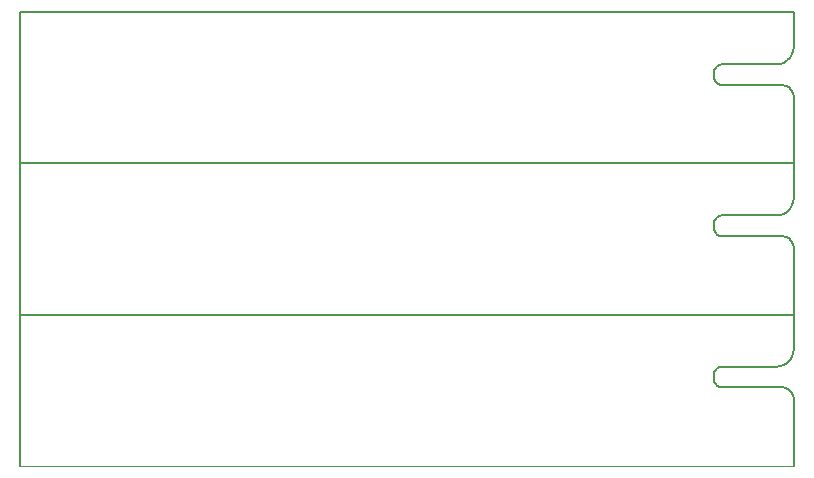
<source format=gbr>
%FSTAX24Y24*%
%MOIN*%
%IN AUX6.GBR *%
%ADD10C,0.0020*%
%ADD11C,0.0050*%
D10*X025787Y003937D02*G01X0D01*D11*Y008976D01*X025787D01*Y007835D01*
X025773Y007703D01*X025729Y007578D01*X025659Y007466D01*
X025565Y007373D01*X025453Y007303D01*X025328Y007259D01*
X025197Y007244D01*X023406D01*X02332Y007231D01*X023244Y007191D01*
X023183Y00713D01*X023143Y007054D01*X02313Y006969D01*Y006831D01*
X023143Y006746D01*X023183Y006669D01*X023244Y006608D01*X02332Y006569D01*
X023406Y006555D01*X025394D01*X025515Y006536D01*X025625Y00648D01*
X025712Y006393D01*X025768Y006283D01*X025787Y006161D01*Y003937D01*D10*
Y008976D02*X0D01*D11*Y014016D01*X025787D01*Y012874D01*
X025773Y012743D01*X025729Y012618D01*X025659Y012506D01*
X025565Y012412D01*X025453Y012342D01*X025328Y012298D01*
X025197Y012283D01*X023406D01*X02332Y01227D01*X023244Y012231D01*
X023183Y01217D01*X023143Y012093D01*X02313Y012008D01*Y01187D01*
X023143Y011785D01*X023183Y011708D01*X023244Y011647D01*X02332Y011608D01*
X023406Y011594D01*X025394D01*X025515Y011575D01*X025625Y011519D01*
X025712Y011432D01*X025768Y011322D01*X025787Y011201D01*Y008976D01*D10*
Y014016D02*X0D01*D11*Y019055D01*X025787D01*Y017913D01*
X025773Y017782D01*X025729Y017657D01*X025659Y017545D01*
X025565Y017452D01*X025453Y017381D01*X025328Y017338D01*
X025197Y017323D01*X023406D01*X02332Y017309D01*X023244Y01727D01*
X023183Y017209D01*X023143Y017132D01*X02313Y017047D01*Y016909D01*
X023143Y016824D01*X023183Y016747D01*X023244Y016686D01*X02332Y016647D01*
X023406Y016634D01*X025394D01*X025515Y016615D01*X025625Y016559D01*
X025712Y016472D01*X025768Y016362D01*X025787Y01624D01*Y014016D01*
M02*
</source>
